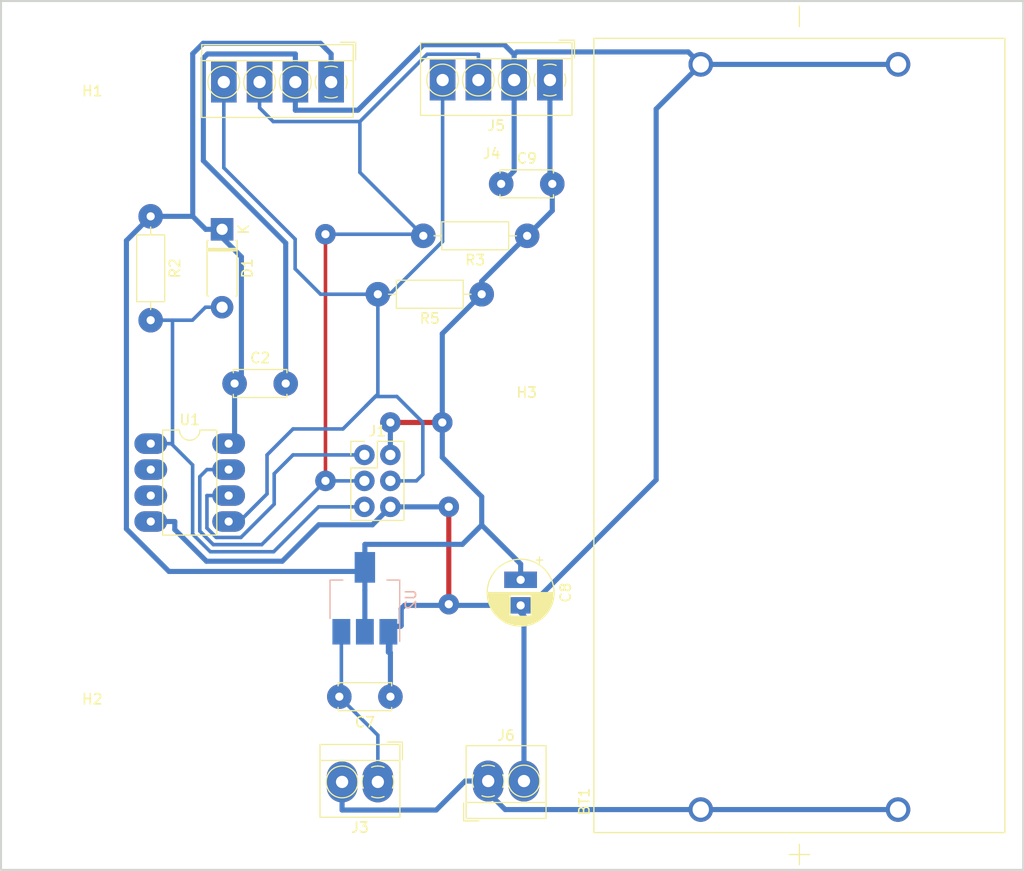
<source format=kicad_pcb>
(kicad_pcb (version 20211014) (generator pcbnew)
  (layers (0 "F.Cu" signal "cobre frontal") (31 "B.Cu" signal "Cobre traseira") (34 "B.Paste" user "Pasta traseira") (35 "F.Paste" user "Pasta frontal") (36 "B.SilkS" user "Serigrafia traseira") (37 "F.SilkS" user "Serigrafia frontal") (38 "B.Mask" user "Máscara traseira") (39 "F.Mask" user "Máscara frontal") (44 "Edge.Cuts" user "Cortes contorno"))
  (net 0 "")
  (net 1 "GND")
  (net 2 "+3V3")
  (net 3 "RST")
  (net 4 "MISO")
  (net 5 "SCK")
  (net 6 "MOSI")
  (net 7 "+BATT")
  (net 8 "Net-(C7-Pad2)")
  (footprint "TerminalBlock_4Ucon:TerminalBlock_4Ucon_1x02_P3.50mm_Horizontal" (layer "F.Cu") (at 143.555 124.615)
    (fp_text reference "J6" (at 1.75 -4.46) (layer "F.SilkS"))
    (fp_text value "Carregador")
    (fp_line (start -2.16 2.1) (end 5.66 2.1) (layer "F.SilkS") (width 0.12))
    (fp_line (start -2.16 -3.46) (end -2.16 3.66) (layer "F.SilkS") (width 0.12))
    (fp_line (start -2.16 -3.46) (end 5.66 -3.46) (layer "F.SilkS") (width 0.12))
    (fp_line (start 5.66 -3.46) (end 5.66 3.66) (layer "F.SilkS") (width 0.12))
    (fp_line (start -2.4 2.16) (end -2.4 3.9) (layer "F.SilkS") (width 0.12))
    (fp_line (start -2.16 3.66) (end 5.66 3.66) (layer "F.SilkS") (width 0.12))
    (fp_line (start -2.4 3.9) (end -0.9 3.9) (layer "F.SilkS") (width 0.12))
    (fp_arc (start -1.432109 0.607742) (mid -1.555727 -0.00014) (end -1.432 -0.608) (layer "F.SilkS") (width 0.12))
    (fp_arc (start 0.027011 1.555493) (mid -0.296984 1.527118) (end -0.608 1.432) (layer "F.SilkS") (width 0.12))
    (fp_arc (start -0.607742 -1.432109) (mid 0.00014 -1.555727) (end 0.608 -1.432) (layer "F.SilkS") (width 0.12))
    (fp_arc (start 0.607587 1.431385) (mid 0.310017 1.523783) (end 0 1.555) (layer "F.SilkS") (width 0.12))
    (fp_arc (start 1.432109 -0.607742) (mid 1.555727 0.00014) (end 1.432 0.608) (layer "F.SilkS") (width 0.12))
    (fp_circle (center 3.5 0) (end 5.055 0) (layer "F.SilkS") (width 0.12) (fill none))
    (pad "1" thru_hole oval (at 0 0) (size 3 4) (drill 1.2) (layers *.Cu *.Mask) (net 7 "+BATT"))
    (pad "2" thru_hole oval (at 3.5 0) (size 3 4) (drill 1.2) (layers *.Cu *.Mask) (net 1 "GND"))
  )
  (footprint "Capacitor_THT:CP_Radial_D6.3mm_P2.50mm" (layer "F.Cu") (at 146.73 104.93 -90)
    (fp_text reference "C8" (at 1.25 -4.4 90) (layer "F.SilkS"))
    (fp_text value "10u")
    (fp_line (start -2.250241 -1.839) (end -1.620241 -1.839) (layer "F.SilkS") (width 0.12))
    (fp_line (start 1.89 -3.167) (end 1.89 -1.04) (layer "F.SilkS") (width 0.12))
    (fp_line (start 1.57 1.04) (end 1.57 3.215) (layer "F.SilkS") (width 0.12))
    (fp_line (start 3.811 -1.995) (end 3.811 1.995) (layer "F.SilkS") (width 0.12))
    (fp_line (start 1.37 -3.228) (end 1.37 3.228) (layer "F.SilkS") (width 0.12))
    (fp_line (start 2.371 1.04) (end 2.371 3.033) (layer "F.SilkS") (width 0.12))
    (fp_line (start 1.81 1.04) (end 1.81 3.182) (layer "F.SilkS") (width 0.12))
    (fp_line (start 1.45 -3.224) (end 1.45 3.224) (layer "F.SilkS") (width 0.12))
    (fp_line (start 4.131 -1.509) (end 4.131 1.509) (layer "F.SilkS") (width 0.12))
    (fp_line (start 1.69 -3.201) (end 1.69 -1.04) (layer "F.SilkS") (width 0.12))
    (fp_line (start 1.49 1.04) (end 1.49 3.222) (layer "F.SilkS") (width 0.12))
    (fp_line (start 2.371 -3.033) (end 2.371 -1.04) (layer "F.SilkS") (width 0.12))
    (fp_line (start 1.29 -3.23) (end 1.29 3.23) (layer "F.SilkS") (width 0.12))
    (fp_line (start 2.971 -2.742) (end 2.971 -1.04) (layer "F.SilkS") (width 0.12))
    (fp_line (start 2.771 1.04) (end 2.771 2.856) (layer "F.SilkS") (width 0.12))
    (fp_line (start 3.131 -2.636) (end 3.131 -1.04) (layer "F.SilkS") (width 0.12))
    (fp_line (start 1.41 -3.227) (end 1.41 3.227) (layer "F.SilkS") (width 0.12))
    (fp_line (start 3.171 -2.607) (end 3.171 -1.04) (layer "F.SilkS") (width 0.12))
    (fp_line (start 2.451 1.04) (end 2.451 3.002) (layer "F.SilkS") (width 0.12))
    (fp_line (start -1.935241 -2.154) (end -1.935241 -1.524) (layer "F.SilkS") (width 0.12))
    (fp_line (start 2.011 1.04) (end 2.011 3.141) (layer "F.SilkS") (width 0.12))
    (fp_line (start 4.331 -1.059) (end 4.331 1.059) (layer "F.SilkS") (width 0.12))
    (fp_line (start 3.291 1.04) (end 3.291 2.516) (layer "F.SilkS") (width 0.12))
    (fp_line (start 2.651 -2.916) (end 2.651 -1.04) (layer "F.SilkS") (width 0.12))
    (fp_line (start 3.731 -2.092) (end 3.731 2.092) (layer "F.SilkS") (width 0.12))
    (fp_line (start 1.73 1.04) (end 1.73 3.195) (layer "F.SilkS") (width 0.12))
    (fp_line (start 3.531 -2.305) (end 3.531 -1.04) (layer "F.SilkS") (width 0.12))
    (fp_line (start 2.251 1.04) (end 2.251 3.074) (layer "F.SilkS") (width 0.12))
    (fp_line (start 2.451 -3.002) (end 2.451 -1.04) (layer "F.SilkS") (width 0.12))
    (fp_line (start 1.49 -3.222) (end 1.49 -1.04) (layer "F.SilkS") (width 0.12))
    (fp_line (start 1.61 1.04) (end 1.61 3.211) (layer "F.SilkS") (width 0.12))
    (fp_line (start 3.131 1.04) (end 3.131 2.636) (layer "F.SilkS") (width 0.12))
    (fp_line (start 2.811 1.04) (end 2.811 2.834) (layer "F.SilkS") (width 0.12))
    (fp_line (start 3.411 -2.416) (end 3.411 -1.04) (layer "F.SilkS") (width 0.12))
    (fp_line (start 3.211 -2.578) (end 3.211 -1.04) (layer "F.SilkS") (width 0.12))
    (fp_line (start 1.971 1.04) (end 1.971 3.15) (layer "F.SilkS") (width 0.12))
    (fp_line (start 1.77 -3.189) (end 1.77 -1.04) (layer "F.SilkS") (width 0.12))
    (fp_line (start 3.451 -2.38) (end 3.451 -1.04) (layer "F.SilkS") (width 0.12))
    (fp_line (start 4.091 -1.581) (end 4.091 1.581) (layer "F.SilkS") (width 0.12))
    (fp_line (start 2.851 1.04) (end 2.851 2.812) (layer "F.SilkS") (width 0.12))
    (fp_line (start 2.091 1.04) (end 2.091 3.121) (layer "F.SilkS") (width 0.12))
    (fp_line (start 1.25 -3.23) (end 1.25 3.23) (layer "F.SilkS") (width 0.12))
    (fp_line (start 4.451 -0.633) (end 4.451 0.633) (layer "F.SilkS") (width 0.12))
    (fp_line (start 3.851 -1.944) (end 3.851 1.944) (layer "F.SilkS") (width 0.12))
    (fp_line (start 2.051 1.04) (end 2.051 3.131) (layer "F.SilkS") (width 0.12))
    (fp_line (start 2.891 -2.79) (end 2.891 -1.04) (layer "F.SilkS") (width 0.12))
    (fp_line (start 2.411 -3.018) (end 2.411 -1.04) (layer "F.SilkS") (width 0.12))
    (fp_line (start 3.371 -2.45) (end 3.371 -1.04) (layer "F.SilkS") (width 0.12))
    (fp_line (start 2.851 -2.812) (end 2.851 -1.04) (layer "F.SilkS") (width 0.12))
    (fp_line (start 2.291 -3.061) (end 2.291 -1.04) (layer "F.SilkS") (width 0.12))
    (fp_line (start 2.051 -3.131) (end 2.051 -1.04) (layer "F.SilkS") (width 0.12))
    (fp_line (start 2.011 -3.141) (end 2.011 -1.04) (layer "F.SilkS") (width 0.12))
    (fp_line (start 3.771 -2.044) (end 3.771 2.044) (layer "F.SilkS") (width 0.12))
    (fp_line (start 2.571 -2.952) (end 2.571 -1.04) (layer "F.SilkS") (width 0.12))
    (fp_line (start 2.491 1.04) (end 2.491 2.986) (layer "F.SilkS") (width 0.12))
    (fp_line (start 3.571 -2.265) (end 3.571 2.265) (layer "F.SilkS") (width 0.12))
    (fp_line (start 1.81 -3.182) (end 1.81 -1.04) (layer "F.SilkS") (width 0.12))
    (fp_line (start 1.53 1.04) (end 1.53 3.218) (layer "F.SilkS") (width 0.12))
    (fp_line (start 2.411 1.04) (end 2.411 3.018) (layer "F.SilkS") (width 0.12))
    (fp_line (start 2.291 1.04) (end 2.291 3.061) (layer "F.SilkS") (width 0.12))
    (fp_line (start 2.891 1.04) (end 2.891 2.79) (layer "F.SilkS") (width 0.12))
    (fp_line (start 1.61 -3.211) (end 1.61 -1.04) (layer "F.SilkS") (width 0.12))
    (fp_line (start 4.051 -1.65) (end 4.051 1.65) (layer "F.SilkS") (width 0.12))
    (fp_line (start 2.611 -2.934) (end 2.611 -1.04) (layer "F.SilkS") (width 0.12))
    (fp_line (start 3.891 -1.89) (end 3.891 1.89) (layer "F.SilkS") (width 0.12))
    (fp_line (start 2.531 1.04) (end 2.531 2.97) (layer "F.SilkS") (width 0.12))
    (fp_line (start 1.65 -3.206) (end 1.65 -1.04) (layer "F.SilkS") (width 0.12))
    (fp_line (start 4.211 -1.35) (end 4.211 1.35) (layer "F.SilkS") (width 0.12))
    (fp_line (start 3.011 1.04) (end 3.011 2.716) (layer "F.SilkS") (width 0.12))
    (fp_line (start 2.931 1.04) (end 2.931 2.766) (layer "F.SilkS") (width 0.12))
    (fp_line (start 2.731 1.04) (end 2.731 2.876) (layer "F.SilkS") (width 0.12))
    (fp_line (start 1.85 -3.175) (end 1.85 -1.04) (layer "F.SilkS") (width 0.12))
    (fp_line (start 3.931 -1.834) (end 3.931 1.834) (layer "F.SilkS") (width 0.12))
    (fp_line (start 3.491 1.04) (end 3.491 2.343) (layer "F.SilkS") (width 0.12))
    (fp_line (start 1.93 -3.159) (end 1.93 -1.04) (layer "F.SilkS") (width 0.12))
    (fp_line (start 3.091 1.04) (end 3.091 2.664) (layer "F.SilkS") (width 0.12))
    (fp_line (start 3.171 1.04) (end 3.171 2.607) (layer "F.SilkS") (width 0.12))
    (fp_line (start 1.53 -3.218) (end 1.53 -1.04) (layer "F.SilkS") (width 0.12))
    (fp_line (start 2.171 -3.098) (end 2.171 -1.04) (layer "F.SilkS") (width 0.12))
    (fp_line (start 2.971 1.04) (end 2.971 2.742) (layer "F.SilkS") (width 0.12))
    (fp_line (start 2.091 -3.121) (end 2.091 -1.04) (layer "F.SilkS") (width 0.12))
    (fp_line (start 3.211 1.04) (end 3.211 2.578) (layer "F.SilkS") (width 0.12))
    (fp_line (start 4.171 -1.432) (end 4.171 1.432) (layer "F.SilkS") (width 0.12))
    (fp_line (start 2.531 -2.97) (end 2.531 -1.04) (layer "F.SilkS") (width 0.12))
    (fp_line (start 2.171 1.04) (end 2.171 3.098) (layer "F.SilkS") (width 0.12))
    (fp_line (start 1.57 -3.215) (end 1.57 -1.04) (layer "F.SilkS") (width 0.12))
    (fp_line (start 2.691 1.04) (end 2.691 2.896) (layer "F.SilkS") (width 0.12))
    (fp_line (start 3.331 -2.484) (end 3.331 -1.04) (layer "F.SilkS") (width 0.12))
    (fp_line (start 3.971 -1.776) (end 3.971 1.776) (layer "F.SilkS") (width 0.12))
    (fp_line (start 4.251 -1.262) (end 4.251 1.262) (layer "F.SilkS") (width 0.12))
    (fp_line (start 2.611 1.04) (end 2.611 2.934) (layer "F.SilkS") (width 0.12))
    (fp_line (start 1.85 1.04) (end 1.85 3.175) (layer "F.SilkS") (width 0.12))
    (fp_line (start 1.33 -3.23) (end 1.33 3.23) (layer "F.SilkS") (width 0.12))
    (fp_line (start 3.251 -2.548) (end 3.251 -1.04) (layer "F.SilkS") (width 0.12))
    (fp_line (start 2.771 -2.856) (end 2.771 -1.04) (layer "F.SilkS") (width 0.12))
    (fp_line (start 4.011 -1.714) (end 4.011 1.714) (layer "F.SilkS") (width 0.12))
    (fp_line (start 2.131 -3.11) (end 2.131 -1.04) (layer "F.SilkS") (width 0.12))
    (fp_line (start 3.051 1.04) (end 3.051 2.69) (layer "F.SilkS") (width 0.12))
    (fp_line (start 2.811 -2.834) (end 2.811 -1.04) (layer "F.SilkS") (width 0.12))
    (fp_line (start 1.77 1.04) (end 1.77 3.189) (layer "F.SilkS") (width 0.12))
    (fp_line (start 3.331 1.04) (end 3.331 2.484) (layer "F.SilkS") (width 0.12))
    (fp_line (start 2.571 1.04) (end 2.571 2.952) (layer "F.SilkS") (width 0.12))
    (fp_line (start 2.211 1.04) (end 2.211 3.086) (layer "F.SilkS") (width 0.12))
    (fp_line (start 1.89 1.04) (end 1.89 3.167) (layer "F.SilkS") (width 0.12))
    (fp_line (start 2.491 -2.986) (end 2.491 -1.04) (layer "F.SilkS") (width 0.12))
    (fp_line (start 3.491 -2.343) (end 3.491 -1.04) (layer "F.SilkS") (width 0.12))
    (fp_line (start 1.69 1.04) (end 1.69 3.201) (layer "F.SilkS") (width 0.12))
    (fp_line (start 3.451 1.04) (end 3.451 2.38) (layer "F.SilkS") (width 0.12))
    (fp_line (start 1.65 1.04) (end 1.65 3.206) (layer "F.SilkS") (width 0.12))
    (fp_line (start 2.131 1.04) (end 2.131 3.11) (layer "F.SilkS") (width 0.12))
    (fp_line (start 1.73 -3.195) (end 1.73 -1.04) (layer "F.SilkS") (width 0.12))
    (fp_line (start 4.291 -1.165) (end 4.291 1.165) (layer "F.SilkS") (width 0.12))
    (fp_line (start 2.331 -3.047) (end 2.331 -1.04) (layer "F.SilkS") (width 0.12))
    (fp_line (start 2.691 -2.896) (end 2.691 -1.04) (layer "F.SilkS") (width 0.12))
    (fp_line (start 3.091 -2.664) (end 3.091 -1.04) (layer "F.SilkS") (width 0.12))
    (fp_line (start 4.411 -0.802) (end 4.411 0.802) (layer "F.SilkS") (width 0.12))
    (fp_line (start 3.611 -2.224) (end 3.611 2.224) (layer "F.SilkS") (width 0.12))
    (fp_line (start 3.371 1.04) (end 3.371 2.45) (layer "F.SilkS") (width 0.12))
    (fp_line (start 3.411 1.04) (end 3.411 2.416) (layer "F.SilkS") (width 0.12))
    (fp_line (start 1.971 -3.15) (end 1.971 -1.04) (layer "F.SilkS") (width 0.12))
    (fp_line (start 4.371 -0.94) (end 4.371 0.94) (layer "F.SilkS") (width 0.12))
    (fp_line (start 3.531 1.04) (end 3.531 2.305) (layer "F.SilkS") (width 0.12))
    (fp_line (start 2.731 -2.876) (end 2.731 -1.04) (layer "F.SilkS") (width 0.12))
    (fp_line (start 3.651 -2.182) (end 3.651 2.182) (layer "F.SilkS") (width 0.12))
    (fp_line (start 2.331 1.04) (end 2.331 3.047) (layer "F.SilkS") (width 0.12))
    (fp_line (start 3.251 1.04) (end 3.251 2.548) (layer "F.SilkS") (width 0.12))
    (fp_line (start 3.011 -2.716) (end 3.011 -1.04) (layer "F.SilkS") (width 0.12))
    (fp_line (start 2.651 1.04) (end 2.651 2.916) (layer "F.SilkS") (width 0.12))
    (fp_line (start 2.931 -2.766) (end 2.931 -1.04) (layer "F.SilkS") (width 0.12))
    (fp_line (start 1.93 1.04) (end 1.93 3.159) (layer "F.SilkS") (width 0.12))
    (fp_line (start 2.251 -3.074) (end 2.251 -1.04) (layer "F.SilkS") (width 0.12))
    (fp_line (start 3.291 -2.516) (end 3.291 -1.04) (layer "F.SilkS") (width 0.12))
    (fp_line (start 3.691 -2.137) (end 3.691 2.137) (layer "F.SilkS") (width 0.12))
    (fp_line (start 3.051 -2.69) (end 3.051 -1.04) (layer "F.SilkS") (width 0.12))
    (fp_line (start 4.491 -0.402) (end 4.491 0.402) (layer "F.SilkS") (width 0.12))
    (fp_line (start 2.211 -3.086) (end 2.211 -1.04) (layer "F.SilkS") (width 0.12))
    (fp_circle (center 1.25 0) (end 4.52 0) (layer "F.SilkS") (width 0.12) (fill none))
    (pad "1" thru_hole rect (at 0 0 270) (size 1.6 3.2) (drill 0.8) (layers *.Cu *.Mask) (net 2 "+3V3"))
    (pad "2" thru_hole oval (at 2.5 0 270) (size 1.6 3.2) (drill 0.8) (layers *.Cu *.Mask) (net 1 "GND"))
  )
  (footprint "MountingHole:MountingHole_3.2mm_M3" (layer "F.Cu") (at 104.82 120.805)
    (fp_text reference "H2" (at 0 -4.2) (layer "F.SilkS"))
    (fp_text value "MountingHole")
    (pad "" np_thru_hole circle (at 0 0) (size 3.2 3.2) (drill 3.2) (layers *.Cu *.Mask))
  )
  (footprint "Capacitor_THT:C_Disc_D5.0mm_W2.5mm_P5.00mm" (layer "F.Cu") (at 118.745 85.725)
    (fp_text reference "C2" (at 2.5 -2.5) (layer "F.SilkS"))
    (fp_text value "100n")
    (fp_line (start 5.12 1.055) (end 5.12 1.37) (layer "F.SilkS") (width 0.12))
    (fp_line (start -0.12 -1.37) (end -0.12 -1.055) (layer "F.SilkS") (width 0.12))
    (fp_line (start 5.12 -1.37) (end 5.12 -1.055) (layer "F.SilkS") (width 0.12))
    (fp_line (start -0.12 -1.37) (end 5.12 -1.37) (layer "F.SilkS") (width 0.12))
    (fp_line (start -0.12 1.37) (end 5.12 1.37) (layer "F.SilkS") (width 0.12))
    (fp_line (start -0.12 1.055) (end -0.12 1.37) (layer "F.SilkS") (width 0.12))
    (pad "1" thru_hole circle (at 0 0) (size 2.4 2.4) (drill 0.8) (layers *.Cu *.Mask) (net 2 "+3V3"))
    (pad "2" thru_hole circle (at 5 0) (size 2.4 2.4) (drill 0.8) (layers *.Cu *.Mask) (net 1 "GND"))
  )
  (footprint "MountingHole:MountingHole_3.2mm_M3" (layer "F.Cu") (at 147.32 90.805)
    (fp_text reference "H3" (at 0 -4.2) (layer "F.SilkS"))
    (fp_text value "MountingHole")
    (pad "" np_thru_hole circle (at 0 0) (size 3.2 3.2) (drill 3.2) (layers *.Cu *.Mask))
  )
  (footprint "TerminalBlock_4Ucon:TerminalBlock_4Ucon_1x04_P3.50mm_Horizontal" (layer "F.Cu") (at 128.19 56.235 180)
    (fp_text reference "J4" (at -15.705 -7) (layer "F.SilkS"))
    (fp_text value "Screw_Terminal_01x04")
    (fp_line (start -2.16 3.66) (end 12.66 3.66) (layer "F.SilkS") (width 0.12))
    (fp_line (start -2.16 2.1) (end 12.66 2.1) (layer "F.SilkS") (width 0.12))
    (fp_line (start -2.4 3.9) (end -0.9 3.9) (layer "F.SilkS") (width 0.12))
    (fp_line (start 12.66 -3.46) (end 12.66 3.66) (layer "F.SilkS") (width 0.12))
    (fp_line (start -2.16 -3.46) (end -2.16 3.66) (layer "F.SilkS") (width 0.12))
    (fp_line (start -2.16 -3.46) (end 12.66 -3.46) (layer "F.SilkS") (width 0.12))
    (fp_line (start -2.4 2.16) (end -2.4 3.9) (layer "F.SilkS") (width 0.12))
    (fp_arc (start -0.607742 -1.432109) (mid 0.00014 -1.555727) (end 0.608 -1.432) (layer "F.SilkS") (width 0.12))
    (fp_arc (start 1.432109 -0.607742) (mid 1.555727 0.00014) (end 1.432 0.608) (layer "F.SilkS") (width 0.12))
    (fp_arc (start 0.027011 1.555493) (mid -0.296984 1.527118) (end -0.608 1.432) (layer "F.SilkS") (width 0.12))
    (fp_arc (start -1.432109 0.607742) (mid -1.555727 -0.00014) (end -1.432 -0.608) (layer "F.SilkS") (width 0.12))
    (fp_arc (start 0.607587 1.431385) (mid 0.310017 1.523783) (end 0 1.555) (layer "F.SilkS") (width 0.12))
    (fp_circle (center 7 0) (end 8.555 0) (layer "F.SilkS") (width 0.12) (fill none))
    (fp_circle (center 3.5 0) (end 5.055 0) (layer "F.SilkS") (width 0.12) (fill none))
    (fp_circle (center 10.5 0) (end 12.055 0) (layer "F.SilkS") (width 0.12) (fill none))
    (pad "1" thru_hole rect (at 0 0 180) (size 2.5 4) (drill 1.2) (layers *.Cu *.Mask) (net 2 "+3V3"))
    (pad "2" thru_hole rect (at 3.5 0 180) (size 2.5 4) (drill 1.2) (layers *.Cu *.Mask) (net 1 "GND"))
    (pad "3" thru_hole rect (at 7 0 180) (size 2.5 4) (drill 1.2) (layers *.Cu *.Mask) (net 5 "SCK"))
    (pad "4" thru_hole rect (at 10.5 0 180) (size 2.5 4) (drill 1.2) (layers *.Cu *.Mask) (net 6 "MOSI"))
  )
  (footprint "TerminalBlock_4Ucon:TerminalBlock_4Ucon_1x02_P3.50mm_Horizontal" (layer "F.Cu") (at 132.76 124.7 180)
    (fp_text reference "J3" (at 1.75 -4.46) (layer "F.SilkS"))
    (fp_text value "Chave")
    (fp_line (start -2.16 -3.46) (end -2.16 3.66) (layer "F.SilkS") (width 0.12))
    (fp_line (start -2.16 2.1) (end 5.66 2.1) (layer "F.SilkS") (width 0.12))
    (fp_line (start -2.16 3.66) (end 5.66 3.66) (layer "F.SilkS") (width 0.12))
    (fp_line (start -2.4 2.16) (end -2.4 3.9) (layer "F.SilkS") (width 0.12))
    (fp_line (start 5.66 -3.46) (end 5.66 3.66) (layer "F.SilkS") (width 0.12))
    (fp_line (start -2.4 3.9) (end -0.9 3.9) (layer "F.SilkS") (width 0.12))
    (fp_line (start -2.16 -3.46) (end 5.66 -3.46) (layer "F.SilkS") (width 0.12))
    (fp_arc (start 0.607587 1.431385) (mid 0.310017 1.523783) (end 0 1.555) (layer "F.SilkS") (width 0.12))
    (fp_arc (start -1.432109 0.607742) (mid -1.555727 -0.00014) (end -1.432 -0.608) (layer "F.SilkS") (width 0.12))
    (fp_arc (start 1.432109 -0.607742) (mid 1.555727 0.00014) (end 1.432 0.608) (layer "F.SilkS") (width 0.12))
    (fp_arc (start 0.027011 1.555493) (mid -0.296984 1.527118) (end -0.608 1.432) (layer "F.SilkS") (width 0.12))
    (fp_arc (start -0.607742 -1.432109) (mid 0.00014 -1.555727) (end 0.608 -1.432) (layer "F.SilkS") (width 0.12))
    (fp_circle (center 3.5 0) (end 5.055 0) (layer "F.SilkS") (width 0.12) (fill none))
    (pad "1" thru_hole oval (at 0 0 180) (size 3 4) (drill 1.2) (layers *.Cu *.Mask) (net 8 "Net-(C7-Pad2)"))
    (pad "2" thru_hole oval (at 3.5 0 180) (size 3 4) (drill 1.2) (layers *.Cu *.Mask) (net 7 "+BATT"))
  )
  (footprint "Diode_THT:D_DO-41_SOD81_P7.62mm_Horizontal" (layer "F.Cu") (at 117.52 70.64 -90)
    (fp_text reference "D1" (at 3.81 -2.47 90) (layer "F.SilkS"))
    (fp_text value "D")
    (fp_text user "K" (at 0 -2.1 90) (layer "F.SilkS"))
    (fp_line (start 6.53 1.47) (end 6.53 1.34) (layer "F.SilkS") (width 0.12))
    (fp_line (start 1.09 1.47) (end 6.53 1.47) (layer "F.SilkS") (width 0.12))
    (fp_line (start 1.09 1.34) (end 1.09 1.47) (layer "F.SilkS") (width 0.12))
    (fp_line (start 1.99 -1.47) (end 1.99 1.47) (layer "F.SilkS") (width 0.12))
    (fp_line (start 6.53 -1.47) (end 6.53 -1.34) (layer "F.SilkS") (width 0.12))
    (fp_line (start 1.09 -1.47) (end 6.53 -1.47) (layer "F.SilkS") (width 0.12))
    (fp_line (start 1.87 -1.47) (end 1.87 1.47) (layer "F.SilkS") (width 0.12))
    (fp_line (start 2.11 -1.47) (end 2.11 1.47) (layer "F.SilkS") (width 0.12))
    (fp_line (start 1.09 -1.34) (end 1.09 -1.47) (layer "F.SilkS") (width 0.12))
    (pad "1" thru_hole rect (at 0 0 270) (size 2.2 2.2) (drill 1.1) (layers *.Cu *.Mask) (net 2 "+3V3"))
    (pad "2" thru_hole oval (at 7.62 0 270) (size 2.2 2.2) (drill 1.1) (layers *.Cu *.Mask) (net 3 "RST"))
  )
  (footprint "MountingHole:MountingHole_3.2mm_M3" (layer "F.Cu") (at 104.82 61.305)
    (fp_text reference "H1" (at 0 -4.2) (layer "F.SilkS"))
    (fp_text value "MountingHole")
    (pad "" np_thru_hole circle (at 0 0) (size 3.2 3.2) (drill 3.2) (layers *.Cu *.Mask))
  )
  (footprint "Resistor_THT:R_Axial_DIN0207_L6.3mm_D2.5mm_P10.16mm_Horizontal" (layer "F.Cu") (at 142.92 76.99 180)
    (fp_text reference "R5" (at 5.08 -2.37) (layer "F.SilkS"))
    (fp_text value "2k2")
    (fp_line (start 9.12 0) (end 8.35 0) (layer "F.SilkS") (width 0.12))
    (fp_line (start 8.35 -1.37) (end 1.81 -1.37) (layer "F.SilkS") (width 0.12))
    (fp_line (start 1.81 -1.37) (end 1.81 1.37) (layer "F.SilkS") (width 0.12))
    (fp_line (start 8.35 1.37) (end 8.35 -1.37) (layer "F.SilkS") (width 0.12))
    (fp_line (start 1.81 1.37) (end 8.35 1.37) (layer "F.SilkS") (width 0.12))
    (fp_line (start 1.04 0) (end 1.81 0) (layer "F.SilkS") (width 0.12))
    (pad "1" thru_hole circle (at 0 0 180) (size 2.4 2.4) (drill 0.8) (layers *.Cu *.Mask) (net 2 "+3V3"))
    (pad "2" thru_hole circle (at 10.16 0 180) (size 2.4 2.4) (drill 0.8) (layers *.Cu *.Mask) (net 6 "MOSI"))
  )
  (footprint "TerminalBlock_4Ucon:TerminalBlock_4Ucon_1x04_P3.50mm_Horizontal" (layer "F.Cu") (at 149.595 56.035 180)
    (fp_text reference "J5" (at 5.25 -4.46) (layer "F.SilkS"))
    (fp_text value "Screw_Terminal_01x04")
    (fp_line (start -2.4 3.9) (end -0.9 3.9) (layer "F.SilkS") (width 0.12))
    (fp_line (start -2.16 -3.46) (end 12.66 -3.46) (layer "F.SilkS") (width 0.12))
    (fp_line (start -2.16 3.66) (end 12.66 3.66) (layer "F.SilkS") (width 0.12))
    (fp_line (start 12.66 -3.46) (end 12.66 3.66) (layer "F.SilkS") (width 0.12))
    (fp_line (start -2.16 -3.46) (end -2.16 3.66) (layer "F.SilkS") (width 0.12))
    (fp_line (start -2.16 2.1) (end 12.66 2.1) (layer "F.SilkS") (width 0.12))
    (fp_line (start -2.4 2.16) (end -2.4 3.9) (layer "F.SilkS") (width 0.12))
    (fp_arc (start 0.607587 1.431385) (mid 0.310017 1.523783) (end 0 1.555) (layer "F.SilkS") (width 0.12))
    (fp_arc (start -1.432109 0.607742) (mid -1.555727 -0.00014) (end -1.432 -0.608) (layer "F.SilkS") (width 0.12))
    (fp_arc (start -0.607742 -1.432109) (mid 0.00014 -1.555727) (end 0.608 -1.432) (layer "F.SilkS") (width 0.12))
    (fp_arc (start 0.027011 1.555493) (mid -0.296984 1.527118) (end -0.608 1.432) (layer "F.SilkS") (width 0.12))
    (fp_arc (start 1.432109 -0.607742) (mid 1.555727 0.00014) (end 1.432 0.608) (layer "F.SilkS") (width 0.12))
    (fp_circle (center 10.5 0) (end 12.055 0) (layer "F.SilkS") (width 0.12) (fill none))
    (fp_circle (center 7 0) (end 8.555 0) (layer "F.SilkS") (width 0.12) (fill none))
    (fp_circle (center 3.5 0) (end 5.055 0) (layer "F.SilkS") (width 0.12) (fill none))
    (pad "1" thru_hole rect (at 0 0 180) (size 2.5 4) (drill 1.2) (layers *.Cu *.Mask) (net 2 "+3V3"))
    (pad "2" thru_hole rect (at 3.5 0 180) (size 2.5 4) (drill 1.2) (layers *.Cu *.Mask) (net 1 "GND"))
    (pad "3" thru_hole rect (at 7 0 180) (size 2.5 4) (drill 1.2) (layers *.Cu *.Mask) (net 5 "SCK"))
    (pad "4" thru_hole rect (at 10.5 0 180) (size 2.5 4) (drill 1.2) (layers *.Cu *.Mask) (net 6 "MOSI"))
  )
  (footprint "Capacitor_THT:C_Disc_D5.0mm_W2.5mm_P5.00mm" (layer "F.Cu") (at 144.825 66.195)
    (fp_text reference "C9" (at 2.5 -2.5) (layer "F.SilkS"))
    (fp_text value "220n")
    (fp_line (start 5.12 1.055) (end 5.12 1.37) (layer "F.SilkS") (width 0.12))
    (fp_line (start -0.12 1.055) (end -0.12 1.37) (layer "F.SilkS") (width 0.12))
    (fp_line (start -0.12 -1.37) (end 5.12 -1.37) (layer "F.SilkS") (width 0.12))
    (fp_line (start -0.12 1.37) (end 5.12 1.37) (layer "F.SilkS") (width 0.12))
    (fp_line (start 5.12 -1.37) (end 5.12 -1.055) (layer "F.SilkS") (width 0.12))
    (fp_line (start -0.12 -1.37) (end -0.12 -1.055) (layer "F.SilkS") (width 0.12))
    (pad "1" thru_hole circle (at 0 0) (size 2.4 2.4) (drill 0.8) (layers *.Cu *.Mask) (net 1 "GND"))
    (pad "2" thru_hole circle (at 5 0) (size 2.4 2.4) (drill 0.8) (layers *.Cu *.Mask) (net 2 "+3V3"))
  )
  (footprint "Package_DIP:DIP-8_W7.62mm" (layer "F.Cu") (at 110.545 91.605)
    (fp_text reference "U1" (at 3.81 -2.33) (layer "F.SilkS"))
    (fp_text value "ATtiny85-20P")
    (fp_line (start 6.46 -1.33) (end 4.81 -1.33) (layer "F.SilkS") (width 0.12))
    (fp_line (start 1.16 8.95) (end 6.46 8.95) (layer "F.SilkS") (width 0.12))
    (fp_line (start 6.46 8.95) (end 6.46 -1.33) (layer "F.SilkS") (width 0.12))
    (fp_line (start 2.81 -1.33) (end 1.16 -1.33) (layer "F.SilkS") (width 0.12))
    (fp_line (start 1.16 -1.33) (end 1.16 8.95) (layer "F.SilkS") (width 0.12))
    (fp_arc (start 4.81 -1.33) (mid 3.81 -0.33) (end 2.81 -1.33) (layer "F.SilkS") (width 0.12))
    (pad "1" thru_hole oval (at 0 0) (size 3.2 2) (drill 0.8) (layers *.Cu *.Mask) (net 3 "RST"))
    (pad "2" thru_hole oval (at 0 2.54) (size 3.2 2) (drill 0.8) (layers *.Cu *.Mask))
    (pad "3" thru_hole oval (at 0 5.08) (size 3.2 2) (drill 0.8) (layers *.Cu *.Mask))
    (pad "4" thru_hole oval (at 0 7.62) (size 3.2 2) (drill 0.8) (layers *.Cu *.Mask) (net 1 "GND"))
    (pad "5" thru_hole oval (at 7.62 7.62) (size 3.2 2) (drill 0.8) (layers *.Cu *.Mask) (net 6 "MOSI"))
    (pad "6" thru_hole oval (at 7.62 5.08) (size 3.2 2) (drill 0.8) (layers *.Cu *.Mask) (net 4 "MISO"))
    (pad "7" thru_hole oval (at 7.62 2.54) (size 3.2 2) (drill 0.8) (layers *.Cu *.Mask) (net 5 "SCK"))
    (pad "8" thru_hole oval (at 7.62 0) (size 3.2 2) (drill 0.8) (layers *.Cu *.Mask) (net 2 "+3V3"))
  )
  (footprint "Capacitor_THT:C_Disc_D5.0mm_W2.5mm_P5.00mm" (layer "F.Cu") (at 133.99 116.36 180)
    (fp_text reference "C7" (at 2.5 -2.5) (layer "F.SilkS"))
    (fp_text value "100n")
    (fp_line (start -0.12 1.37) (end 5.12 1.37) (layer "F.SilkS") (width 0.12))
    (fp_line (start 5.12 1.055) (end 5.12 1.37) (layer "F.SilkS") (width 0.12))
    (fp_line (start -0.12 -1.37) (end -0.12 -1.055) (layer "F.SilkS") (width 0.12))
    (fp_line (start -0.12 1.055) (end -0.12 1.37) (layer "F.SilkS") (width 0.12))
    (fp_line (start -0.12 -1.37) (end 5.12 -1.37) (layer "F.SilkS") (width 0.12))
    (fp_line (start 5.12 -1.37) (end 5.12 -1.055) (layer "F.SilkS") (width 0.12))
    (pad "1" thru_hole circle (at 0 0 180) (size 2.4 2.4) (drill 0.8) (layers *.Cu *.Mask) (net 1 "GND"))
    (pad "2" thru_hole circle (at 5 0 180) (size 2.4 2.4) (drill 0.8) (layers *.Cu *.Mask) (net 8 "Net-(C7-Pad2)"))
  )
  (footprint "Resistor_THT:R_Axial_DIN0207_L6.3mm_D2.5mm_P10.16mm_Horizontal" (layer "F.Cu") (at 110.535 69.37 -90)
    (fp_text reference "R2" (at 5.08 -2.37 90) (layer "F.SilkS"))
    (fp_text value "10k")
    (fp_line (start 8.35 1.37) (end 8.35 -1.37) (layer "F.SilkS") (width 0.12))
    (fp_line (start 1.04 0) (end 1.81 0) (layer "F.SilkS") (width 0.12))
    (fp_line (start 1.81 1.37) (end 8.35 1.37) (layer "F.SilkS") (width 0.12))
    (fp_line (start 9.12 0) (end 8.35 0) (layer "F.SilkS") (width 0.12))
    (fp_line (start 1.81 -1.37) (end 1.81 1.37) (layer "F.SilkS") (width 0.12))
    (fp_line (start 8.35 -1.37) (end 1.81 -1.37) (layer "F.SilkS") (width 0.12))
    (pad "1" thru_hole circle (at 0 0 270) (size 2.4 2.4) (drill 0.8) (layers *.Cu *.Mask) (net 2 "+3V3"))
    (pad "2" thru_hole circle (at 10.16 0 270) (size 2.4 2.4) (drill 0.8) (layers *.Cu *.Mask) (net 3 "RST"))
  )
  (footprint "Connector_PinHeader_2.54mm:PinHeader_2x03_P2.54mm_Vertical" (layer "F.Cu") (at 131.445 92.71)
    (fp_text reference "J1" (at 1.27 -2.33) (layer "F.SilkS"))
    (fp_text value "Conn_02x03_Odd_Even")
    (fp_line (start 1.27 -1.33) (end 3.87 -1.33) (layer "F.SilkS") (width 0.12))
    (fp_line (start -1.33 0) (end -1.33 -1.33) (layer "F.SilkS") (width 0.12))
    (fp_line (start -1.33 1.27) (end 1.27 1.27) (layer "F.SilkS") (width 0.12))
    (fp_line (start -1.33 6.41) (end 3.87 6.41) (layer "F.SilkS") (width 0.12))
    (fp_line (start 1.27 1.27) (end 1.27 -1.33) (layer "F.SilkS") (width 0.12))
    (fp_line (start 3.87 -1.33) (end 3.87 6.41) (layer "F.SilkS") (width 0.12))
    (fp_line (start -1.33 -1.33) (end 0 -1.33) (layer "F.SilkS") (width 0.12))
    (fp_line (start -1.33 1.27) (end -1.33 6.41) (layer "F.SilkS") (width 0.12))
    (pad "1" thru_hole oval (at 0 0) (size 2 2) (drill 1) (layers *.Cu *.Mask) (net 4 "MISO"))
    (pad "2" thru_hole oval (at 2.54 0) (size 2 2) (drill 1) (layers *.Cu *.Mask) (net 2 "+3V3"))
    (pad "3" thru_hole oval (at 0 2.54) (size 2 2) (drill 1) (layers *.Cu *.Mask) (net 5 "SCK"))
    (pad "4" thru_hole oval (at 2.54 2.54) (size 2 2) (drill 1) (layers *.Cu *.Mask) (net 6 "MOSI"))
    (pad "5" thru_hole oval (at 0 5.08) (size 2 2) (drill 1) (layers *.Cu *.Mask) (net 3 "RST"))
    (pad "6" thru_hole oval (at 2.54 5.08) (size 2 2) (drill 1) (layers *.Cu *.Mask) (net 1 "GND"))
  )
  (footprint "BK-18650-PC4:BAT_BK-18650-PC4" (layer "F.Cu") (at 174 90.805 90)
    (fp_text reference "BT1" (at -35.825 -21.045 90) (layer "F.SilkS"))
    (fp_text value "BK-18650-PC4")
    (fp_line (start 38.85 20.105) (end -38.85 20.105) (layer "F.SilkS") (width 0.127))
    (fp_line (start -42 0) (end -40 0) (layer "F.SilkS") (width 0.127))
    (fp_line (start 40 0) (end 42 0) (layer "F.SilkS") (width 0.127))
    (fp_line (start -38.85 20.105) (end -38.85 -20.105) (layer "F.SilkS") (width 0.127))
    (fp_line (start -38.85 -20.105) (end 38.85 -20.105) (layer "F.SilkS") (width 0.127))
    (fp_line (start -41 -1) (end -41 1) (layer "F.SilkS") (width 0.127))
    (fp_line (start 38.85 -20.105) (end 38.85 20.105) (layer "F.SilkS") (width 0.127))
    (pad "" np_thru_hole circle locked (at 27.81 -9.65 90) (size 3.2 3.2) (drill 3.2) (layers *.Cu *.Mask))
    (pad "" np_thru_hole circle locked (at -27.81 -9.65 90) (size 3.2 3.2) (drill 3.2) (layers *.Cu *.Mask))
    (pad "" np_thru_hole circle locked (at 27.81 9.65 90) (size 3.2 3.2) (drill 3.2) (layers *.Cu *.Mask))
    (pad "" np_thru_hole circle locked (at -27.81 9.65 90) (size 3.2 3.2) (drill 3.2) (layers *.Cu *.Mask))
    (pad "1+" thru_hole circle locked (at -36.6 -9.65 90) (size 2.4 2.4) (drill 1.6) (layers *.Cu *.Mask) (net 7 "+BATT"))
    (pad "1-" thru_hole circle locked (at 36.3 -9.65 90) (size 2.4 2.4) (drill 1.6) (layers *.Cu *.Mask) (net 1 "GND"))
    (pad "2+" thru_hole circle locked (at -36.6 9.65 90) (size 2.4 2.4) (drill 1.6) (layers *.Cu *.Mask) (net 7 "+BATT"))
    (pad "2-" thru_hole circle locked (at 36.3 9.65 90) (size 2.4 2.4) (drill 1.6) (layers *.Cu *.Mask) (net 1 "GND"))
  )
  (footprint "Resistor_THT:R_Axial_DIN0207_L6.3mm_D2.5mm_P10.16mm_Horizontal" (layer "F.Cu") (at 147.365 71.275 180)
    (fp_text reference "R3" (at 5.08 -2.37) (layer "F.SilkS"))
    (fp_text value "2k2")
    (fp_line (start 1.04 0) (end 1.81 0) (layer "F.SilkS") (width 0.12))
    (fp_line (start 8.35 1.37) (end 8.35 -1.37) (layer "F.SilkS") (width 0.12))
    (fp_line (start 8.35 -1.37) (end 1.81 -1.37) (layer "F.SilkS") (width 0.12))
    (fp_line (start 1.81 -1.37) (end 1.81 1.37) (layer "F.SilkS") (width 0.12))
    (fp_line (start 1.81 1.37) (end 8.35 1.37) (layer "F.SilkS") (width 0.12))
    (fp_line (start 9.12 0) (end 8.35 0) (layer "F.SilkS") (width 0.12))
    (pad "1" thru_hole circle (at 0 0 180) (size 2.4 2.4) (drill 0.8) (layers *.Cu *.Mask) (net 2 "+3V3"))
    (pad "2" thru_hole circle (at 10.16 0 180) (size 2.4 2.4) (drill 0.8) (layers *.Cu *.Mask) (net 5 "SCK"))
  )
  (footprint "Package_TO_SOT_SMD:SOT-223-3_TabPin2" (layer "B.Cu") (at 131.49 106.86 90)
    (fp_text reference "U2" (at 0 4.5 90) (layer "B.SilkS") (effects (justify mirror)))
    (fp_text value "AMS1117-3.3")
    (fp_line (start 1.91 -3.41) (end 1.91 -2.15) (layer "B.SilkS") (width 0.12))
    (fp_line (start -1.85 -3.41) (end 1.91 -3.41) (layer "B.SilkS") (width 0.12))
    (fp_line (start -4.1 3.41) (end 1.91 3.41) (layer "B.SilkS") (width 0.12))
    (fp_line (start 1.91 3.41) (end 1.91 2.15) (layer "B.SilkS") (width 0.12))
    (pad "1" smd rect (at -3.15 2.3 90) (size 2.5 1.75) (layers "B.Cu" "B.Paste" "B.Mask") (net 1 "GND"))
    (pad "2" smd rect (at -3.15 0 90) (size 2.5 1.75) (layers "B.Cu" "B.Paste" "B.Mask") (net 2 "+3V3"))
    (pad "2" smd rect (at 3.15 0 90) (size 3 2) (layers "B.Cu" "B.Paste" "B.Mask") (net 2 "+3V3"))
    (pad "3" smd rect (at -3.15 -2.3 90) (size 2.5 1.75) (layers "B.Cu" "B.Paste" "B.Mask") (net 8 "Net-(C7-Pad2)"))
  )
  (gr_rect (start 95.895 48.305) (end 195.895 133.305) (layer "Edge.Cuts") (width 0.2) (fill none))
  (segment (start 139.7 97.79) (end 139.7 107.315) (width 0.5) (layer "F.Cu") (net 1))
  (via (at 139.7 97.79) (size 2) (drill 0.8) (layers "F.Cu" "B.Cu") (net 1))
  (via (at 139.7 107.315) (size 2) (drill 0.8) (layers "F.Cu" "B.Cu") (net 1))
  (segment (start 112.8953 99.225) (end 112.8953 100.0126) (width 0.5) (layer "B.Cu") (net 1))
  (segment (start 146.095 64.925) (end 144.825 66.195) (width 0.5) (layer "B.Cu") (net 1))
  (segment (start 116.0938 53.4847) (end 115.6896 53.8889) (width 0.5) (layer "B.Cu") (net 1))
  (segment (start 126.9759 99.5444) (end 132.2306 99.5444) (width 0.5) (layer "B.Cu") (net 1))
  (segment (start 146.095 53.5348) (end 145.1434 52.5832) (width 0.5) (layer "B.Cu") (net 1))
  (segment (start 137.2066 52.5832) (end 130.8045 58.9853) (width 0.5) (layer "B.Cu") (net 1))
  (segment (start 133.985 97.79) (end 139.7 97.79) (width 0.5) (layer "B.Cu") (net 1))
  (segment (start 123.4116 103.1087) (end 126.9759 99.5444) (width 0.5) (layer "B.Cu") (net 1))
  (segment (start 112.8953 100.0126) (end 115.9914 103.1087) (width 0.5) (layer "B.Cu") (net 1))
  (segment (start 147.055 124.615) (end 147.055 108.4674) (width 0.5) (layer "B.Cu") (net 1))
  (segment (start 133.9474 109.8526) (end 134.3179 109.4821) (width 0.5) (layer "B.Cu") (net 1))
  (segment (start 133.79 111.0101) (end 133.79 112.0103) (width 0.5) (layer "B.Cu") (net 1))
  (segment (start 145.1434 52.5832) (end 137.2066 52.5832) (width 0.5) (layer "B.Cu") (net 1))
  (segment (start 133.79 111.0101) (end 133.79 110.01) (width 0.5) (layer "B.Cu") (net 1))
  (segment (start 159.9873 58.8677) (end 164.35 54.505) (width 0.5) (layer "B.Cu") (net 1))
  (segment (start 130.8045 58.9853) (end 124.69 58.9853) (width 0.5) (layer "B.Cu") (net 1))
  (segment (start 163.1297 53.2847) (end 146.3451 53.2847) (width 0.5) (layer "B.Cu") (net 1))
  (segment (start 146.095 56.035) (end 146.095 64.925) (width 0.5) (layer "B.Cu") (net 1))
  (segment (start 124.69 57.6101) (end 124.69 56.235) (width 0.5) (layer "B.Cu") (net 1))
  (segment (start 146.095 56.035) (end 146.095 53.5348) (width 0.5) (layer "B.Cu") (net 1))
  (segment (start 133.99 112.0529) (end 133.99 116.36) (width 0.5) (layer "B.Cu") (net 1))
  (segment (start 134.3179 109.4821) (end 134.9781 109.4821) (width 0.5) (layer "B.Cu") (net 1))
  (segment (start 124.69 53.4847) (end 116.0938 53.4847) (width 0.5) (layer "B.Cu") (net 1))
  (segment (start 124.69 57.6101) (end 124.69 58.9853) (width 0.5) (layer "B.Cu") (net 1))
  (segment (start 123.745 71.9838) (end 123.745 85.725) (width 0.5) (layer "B.Cu") (net 1))
  (segment (start 146.8605 108.2729) (end 159.9873 95.1461) (width 0.5) (layer "B.Cu") (net 1))
  (segment (start 132.2306 99.5444) (end 133.985 97.79) (width 0.5) (layer "B.Cu") (net 1))
  (segment (start 110.545 99.225) (end 112.8953 99.225) (width 0.5) (layer "B.Cu") (net 1))
  (segment (start 124.69 56.235) (end 124.69 53.4847) (width 0.5) (layer "B.Cu") (net 1))
  (segment (start 147.055 108.4674) (end 146.8605 108.2729) (width 0.5) (layer "B.Cu") (net 1))
  (segment (start 133.9474 112.0103) (end 133.9474 109.8526) (width 0.5) (layer "B.Cu") (net 1))
  (segment (start 183.65 54.505) (end 164.35 54.505) (width 0.5) (layer "B.Cu") (net 1))
  (segment (start 115.6896 63.9284) (end 123.745 71.9838) (width 0.5) (layer "B.Cu") (net 1))
  (segment (start 135.0508 107.7393) (end 135.3601 107.43) (width 0.5) (layer "B.Cu") (net 1))
  (segment (start 159.9873 95.1461) (end 159.9873 58.8677) (width 0.5) (layer "B.Cu") (net 1))
  (segment (start 115.6896 53.8889) (end 115.6896 63.9284) (width 0.5) (layer "B.Cu") (net 1))
  (segment (start 135.3601 107.43) (end 146.73 107.43) (width 0.5) (layer "B.Cu") (net 1))
  (segment (start 115.9914 103.1087) (end 123.4116 103.1087) (width 0.5) (layer "B.Cu") (net 1))
  (segment (start 146.73 108.1424) (end 146.73 107.43) (width 0.5) (layer "B.Cu") (net 1))
  (segment (start 146.3451 53.2847) (end 146.095 53.5348) (width 0.5) (layer "B.Cu") (net 1))
  (segment (start 134.9781 109.4821) (end 135.0508 109.4094) (width 0.5) (layer "B.Cu") (net 1))
  (segment (start 133.9474 112.0103) (end 133.99 112.0529) (width 0.5) (layer "B.Cu") (net 1))
  (segment (start 164.35 54.505) (end 163.1297 53.2847) (width 0.5) (layer "B.Cu") (net 1))
  (segment (start 135.0508 109.4094) (end 135.0508 107.7393) (width 0.5) (layer "B.Cu") (net 1))
  (segment (start 146.8605 108.2729) (end 146.73 108.1424) (width 0.5) (layer "B.Cu") (net 1))
  (segment (start 133.79 112.0103) (end 133.9474 112.0103) (width 0.5) (layer "B.Cu") (net 1))
  (segment (start 133.985 89.535) (end 139.065 89.535) (width 0.5) (layer "F.Cu") (net 2))
  (via (at 139.065 89.535) (size 2) (drill 0.8) (layers "F.Cu" "B.Cu") (net 2))
  (via (at 133.985 89.535) (size 2) (drill 0.8) (layers "F.Cu" "B.Cu") (net 2))
  (segment (start 139.065 92.94235) (end 142.92 96.79735) (width 0.5) (layer "B.Cu") (net 2))
  (segment (start 131.49 103.8506) (end 131.49 103.9912) (width 0.5) (layer "B.Cu") (net 2))
  (segment (start 117.52 70.64) (end 116.7199 70.64) (width 0.5) (layer "B.Cu") (net 2))
  (segment (start 149.825 68.815) (end 147.365 71.275) (width 0.5) (layer "B.Cu") (net 2))
  (segment (start 131.49 103.8506) (end 131.49 103.7416) (width 0.5) (layer "B.Cu") (net 2))
  (segment (start 128.19 53.4847) (end 127.1487 52.4434) (width 0.5) (layer "B.Cu") (net 2))
  (segment (start 118.745 91.025) (end 118.165 91.605) (width 0.5) (layer "B.Cu") (net 2))
  (segment (start 131.49 103.9912) (end 131.49 105.9603) (width 0.5) (layer "B.Cu") (net 2))
  (segment (start 128.19 56.235) (end 128.19 53.4847) (width 0.5) (layer "B.Cu") (net 2))
  (segment (start 146.73 104.93) (end 146.73 103.3797) (width 0.5) (layer "B.Cu") (net 2))
  (segment (start 108.1625 71.7425) (end 108.1625 99.9472) (width 0.5) (layer "B.Cu") (net 2))
  (segment (start 142.92 76.99) (end 142.92 75.72) (width 0.5) (layer "B.Cu") (net 2))
  (segment (start 118.745 85.725) (end 118.745 91.025) (width 0.5) (layer "B.Cu") (net 2))
  (segment (start 115.9198 70.64) (end 114.6498 69.37) (width 0.5) (layer "B.Cu") (net 2))
  (segment (start 112.3243 104.109) (end 131.3722 104.109) (width 0.5) (layer "B.Cu") (net 2))
  (segment (start 142.92 99.5697) (end 146.73 103.3797) (width 0.5) (layer "B.Cu") (net 2))
  (segment (start 127.1487 52.4434) (end 115.6646 52.4434) (width 0.5) (layer "B.Cu") (net 2))
  (segment (start 115.6646 52.4434) (end 114.6498 53.4582) (width 0.5) (layer "B.Cu") (net 2))
  (segment (start 142.92 76.99) (end 139.065 80.845) (width 0.5) (layer "B.Cu") (net 2))
  (segment (start 116.7199 70.64) (end 119.4121 73.3322) (width 0.5) (layer "B.Cu") (net 2))
  (segment (start 114.6498 69.37) (end 110.535 69.37) (width 0.5) (layer "B.Cu") (net 2))
  (segment (start 119.4121 85.0579) (end 118.745 85.725) (width 0.5) (layer "B.Cu") (net 2))
  (segment (start 131.49 101.4597) (end 141.03 101.4597) (width 0.5) (layer "B.Cu") (net 2))
  (segment (start 133.985 89.535) (end 133.985 92.71) (width 0.5) (layer "B.Cu") (net 2))
  (segment (start 108.1625 99.9472) (end 112.3243 104.109) (width 0.5) (layer "B.Cu") (net 2))
  (segment (start 141.03 101.4597) (end 142.92 99.5697) (width 0.5) (layer "B.Cu") (net 2))
  (segment (start 142.92 96.79735) (end 142.92 99.5697) (width 0.5) (layer "B.Cu") (net 2))
  (segment (start 139.065 80.845) (end 139.065 92.94235) (width 0.5) (layer "B.Cu") (net 2))
  (segment (start 131.49 103.71) (end 131.49 101.4597) (width 0.5) (layer "B.Cu") (net 2))
  (segment (start 142.92 75.72) (end 147.365 71.275) (width 0.5) (layer "B.Cu") (net 2))
  (segment (start 131.49 103.7179) (end 131.49 103.7416) (width 0.5) (layer "B.Cu") (net 2))
  (segment (start 110.535 69.37) (end 108.1625 71.7425) (width 0.5) (layer "B.Cu") (net 2))
  (segment (start 119.4121 73.3322) (end 119.4121 85.0579) (width 0.5) (layer "B.Cu") (net 2))
  (segment (start 131.3722 104.109) (end 131.49 103.9912) (width 0.5) (layer "B.Cu") (net 2))
  (segment (start 116.7199 70.64) (end 115.9198 70.64) (width 0.5) (layer "B.Cu") (net 2))
  (segment (start 131.49 103.7179) (end 131.49 103.71) (width 0.5) (layer "B.Cu") (net 2))
  (segment (start 131.49 110.01) (end 131.49 105.9603) (width 0.5) (layer "B.Cu") (net 2))
  (segment (start 149.825 66.195) (end 149.595 65.965) (width 0.5) (layer "B.Cu") (net 2))
  (segment (start 149.825 66.195) (end 149.825 68.815) (width 0.5) (layer "B.Cu") (net 2))
  (segment (start 114.6498 53.4582) (end 114.6498 69.37) (width 0.5) (layer "B.Cu") (net 2))
  (segment (start 149.595 65.965) (end 149.595 56.035) (width 0.5) (layer "B.Cu") (net 2))
  (segment (start 117.0645 78.26) (end 117.52 78.26) (width 0.35) (layer "B.Cu") (net 3))
  (segment (start 131.445 97.79) (end 129.9197 97.79) (width 0.35) (layer "B.Cu") (net 3))
  (segment (start 122.5636 102.1834) (end 126.957 97.79) (width 0.35) (layer "B.Cu") (net 3))
  (segment (start 116.3747 102.1834) (end 122.5636 102.1834) (width 0.35) (layer "B.Cu") (net 3))
  (segment (start 114.6247 79.53) (end 115.8947 78.26) (width 0.35) (layer "B.Cu") (net 3))
  (segment (start 112.5493 91.605) (end 114.6391 93.6948) (width 0.35) (layer "B.Cu") (net 3))
  (segment (start 110.6841 91.605) (end 112.5493 91.605) (width 0.35) (layer "B.Cu") (net 3))
  (segment (start 114.6391 100.4478) (end 116.3747 102.1834) (width 0.35) (layer "B.Cu") (net 3))
  (segment (start 126.957 97.79) (end 129.9197 97.79) (width 0.35) (layer "B.Cu") (net 3))
  (segment (start 117.0645 78.26) (end 115.8947 78.26) (width 0.35) (layer "B.Cu") (net 3))
  (segment (start 110.6841 91.605) (end 110.545 91.605) (width 0.35) (layer "B.Cu") (net 3))
  (segment (start 112.5493 91.605) (end 112.6703 91.605) (width 0.35) (layer "B.Cu") (net 3))
  (segment (start 114.6391 93.6948) (end 114.6391 100.4478) (width 0.35) (layer "B.Cu") (net 3))
  (segment (start 112.6703 79.53) (end 112.6703 91.605) (width 0.35) (layer "B.Cu") (net 3))
  (segment (start 112.6703 79.53) (end 114.6247 79.53) (width 0.35) (layer "B.Cu") (net 3))
  (segment (start 110.535 79.53) (end 112.6703 79.53) (width 0.35) (layer "B.Cu") (net 3))
  (segment (start 122.61952 94.55048) (end 122.61952 97.526476) (width 0.35) (layer "B.Cu") (net 4))
  (segment (start 116.0397 99.8676) (end 116.0397 96.685) (width 0.35) (layer "B.Cu") (net 4))
  (segment (start 119.363196 100.7828) (end 116.9549 100.7828) (width 0.35) (layer "B.Cu") (net 4))
  (segment (start 116.0397 96.685) (end 118.165 96.685) (width 0.35) (layer "B.Cu") (net 4))
  (segment (start 124.46 92.71) (end 122.61952 94.55048) (width 0.35) (layer "B.Cu") (net 4))
  (segment (start 131.445 92.71) (end 124.46 92.71) (width 0.35) (layer "B.Cu") (net 4))
  (segment (start 122.61952 97.526476) (end 119.363196 100.7828) (width 0.35) (layer "B.Cu") (net 4))
  (segment (start 116.9549 100.7828) (end 116.0397 99.8676) (width 0.35) (layer "B.Cu") (net 4))
  (segment (start 127.635 71.12) (end 127.635 95.25) (width 0.35) (layer "F.Cu") (net 5))
  (via (at 127.635 95.25) (size 2) (drill 0.8) (layers "F.Cu" "B.Cu") (net 5))
  (via (at 127.635 71.12) (size 2) (drill 0.8) (layers "F.Cu" "B.Cu") (net 5))
  (segment (start 137.5888 53.5097) (end 142.595 53.5097) (width 0.35) (layer "B.Cu") (net 5))
  (segment (start 115.3394 94.8453) (end 115.3394 100.1577) (width 0.35) (layer "B.Cu") (net 5))
  (segment (start 122.5259 60.0962) (end 121.19 58.7603) (width 0.35) (layer "B.Cu") (net 5))
  (segment (start 131.0023 60.0962) (end 137.5888 53.5097) (width 0.35) (layer "B.Cu") (net 5))
  (segment (start 136.5947 70.6647) (end 131.0023 65.0723) (width 0.35) (layer "B.Cu") (net 5))
  (segment (start 131.0023 65.0723) (end 131.0023 60.0962) (width 0.35) (layer "B.Cu") (net 5))
  (segment (start 121.19 57.3225) (end 121.19 56.235) (width 0.35) (layer "B.Cu") (net 5))
  (segment (start 127.635 95.25) (end 131.445 95.25) (width 0.35) (layer "B.Cu") (net 5))
  (segment (start 127.635 71.12) (end 137.795 71.12) (width 0.35) (layer "B.Cu") (net 5))
  (segment (start 116.6648 101.4831) (end 121.4019 101.4831) (width 0.35) (layer "B.Cu") (net 5))
  (segment (start 116.0397 94.145) (end 115.3394 94.8453) (width 0.35) (layer "B.Cu") (net 5))
  (segment (start 142.595 54.7723) (end 142.595 56.035) (width 0.35) (layer "B.Cu") (net 5))
  (segment (start 115.3394 100.1577) (end 116.6648 101.4831) (width 0.35) (layer "B.Cu") (net 5))
  (segment (start 118.165 94.145) (end 116.0397 94.145) (width 0.35) (layer "B.Cu") (net 5))
  (segment (start 131.0023 60.0962) (end 122.5259 60.0962) (width 0.35) (layer "B.Cu") (net 5))
  (segment (start 121.19 57.3225) (end 121.19 58.7603) (width 0.35) (layer "B.Cu") (net 5))
  (segment (start 121.4019 101.4831) (end 127.635 95.25) (width 0.35) (layer "B.Cu") (net 5))
  (segment (start 142.595 54.7723) (end 142.595 53.5097) (width 0.35) (layer "B.Cu") (net 5))
  (segment (start 132.76 76.99) (end 132.76 86.7553) (width 0.35) (layer "B.Cu") (net 6))
  (segment (start 129.3453 90.17) (end 124.46 90.17) (width 0.35) (layer "B.Cu") (net 6))
  (segment (start 124.66952 74.50452) (end 124.66952 71.600852) (width 0.35) (layer "B.Cu") (net 6))
  (segment (start 132.76 76.99) (end 127.155 76.99) (width 0.35) (layer "B.Cu") (net 6))
  (segment (start 134.62 86.995) (end 132.5203 86.995) (width 0.35) (layer "B.Cu") (net 6))
  (segment (start 121.92 96.52) (end 119.215 99.225) (width 0.35) (layer "B.Cu") (net 6))
  (segment (start 124.66952 71.600852) (end 117.69 64.621332) (width 0.35) (layer "B.Cu") (net 6))
  (segment (start 137.16 89.535) (end 134.62 86.995) (width 0.35) (layer "B.Cu") (net 6))
  (segment (start 119.215 99.225) (end 118.165 99.225) (width 0.35) (layer "B.Cu") (net 6))
  (segment (start 136.525 95.25) (end 137.16 94.615) (width 0.35) (layer "B.Cu") (net 6))
  (segment (start 132.76 86.7553) (end 131.5862 87.9291) (width 0.35) (layer "B.Cu") (net 6))
  (segment (start 133.985 95.25) (end 136.525 95.25) (width 0.35) (layer "B.Cu") (net 6))
  (segment (start 127.155 76.99) (end 124.66952 74.50452) (width 0.35) (layer "B.Cu") (net 6))
  (segment (start 121.92 92.71) (end 121.92 96.52) (width 0.35) (layer "B.Cu") (net 6))
  (segment (start 137.16 94.615) (end 137.16 89.535) (width 0.35) (layer "B.Cu") (net 6))
  (segment (start 133.9309 76.99) (end 132.76 76.99) (width 0.35) (layer "B.Cu") (net 6))
  (segment (start 124.46 90.17) (end 121.92 92.71) (width 0.35) (layer "B.Cu") (net 6))
  (segment (start 132.5203 86.995) (end 131.5862 87.9291) (width 0.35) (layer "B.Cu") (net 6))
  (segment (start 139.095 56.035) (end 139.095 71.8259) (width 0.35) (layer "B.Cu") (net 6))
  (segment (start 117.69 64.621332) (end 117.69 56.235) (width 0.35) (layer "B.Cu") (net 6))
  (segment (start 139.095 71.8259) (end 133.9309 76.99) (width 0.35) (layer "B.Cu") (net 6))
  (segment (start 131.5862 87.9291) (end 129.3453 90.17) (width 0.35) (layer "B.Cu") (net 6))
  (segment (start 145.2199 127.405) (end 164.35 127.405) (width 0.5) (layer "B.Cu") (net 7))
  (segment (start 183.65 127.405) (end 164.35 127.405) (width 0.5) (layer "B.Cu") (net 7))
  (segment (start 129.26 124.7) (end 129.26 127.4503) (width 0.5) (layer "B.Cu") (net 7))
  (segment (start 142.4299 124.615) (end 141.3047 124.615) (width 0.5) (layer "B.Cu") (net 7))
  (segment (start 129.26 127.4503) (end 138.4694 127.4503) (width 0.5) (layer "B.Cu") (net 7))
  (segment (start 142.4299 124.615) (end 145.2199 127.405) (width 0.5) (layer "B.Cu") (net 7))
  (segment (start 138.4694 127.4503) (end 141.3047 124.615) (width 0.5) (layer "B.Cu") (net 7))
  (segment (start 143.555 124.615) (end 142.4299 124.615) (width 0.5) (layer "B.Cu") (net 7))
  (segment (start 129.19 116.16) (end 128.99 116.36) (width 0.35) (layer "B.Cu") (net 8))
  (segment (start 128.99 116.36) (end 132.76 120.13) (width 0.35) (layer "B.Cu") (net 8))
  (segment (start 132.76 120.13) (end 132.76 124.7) (width 0.35) (layer "B.Cu") (net 8))
  (segment (start 129.19 110.01) (end 129.19 116.16) (width 0.35) (layer "B.Cu") (net 8))
)
</source>
